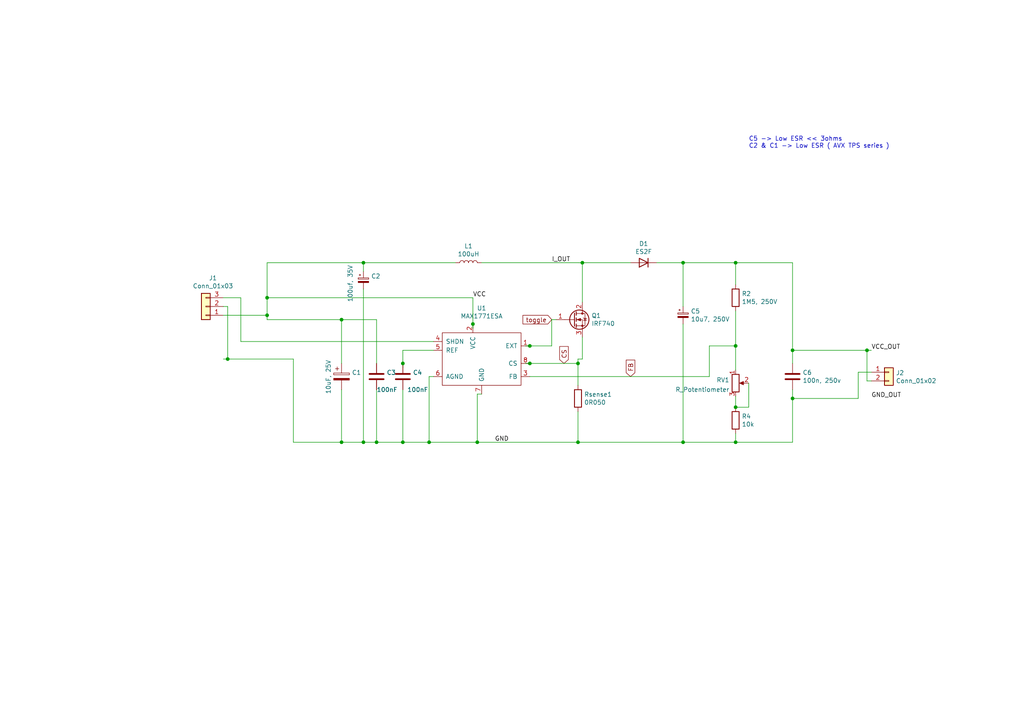
<source format=kicad_sch>
(kicad_sch (version 20231120) (generator "eeschema") (generator_version "8.0")
  (paper "A4")
  (title_block (title "Boost Converter") (rev "0.1") (company "Kenneth Østby < kenneth.ostby@gmail.com >"))
  (lib_symbols
    (symbol "Connector_Generic:Conn_01x02" (pin_names (offset 1.016) hide)
      (property "Reference" "J" (at 0 2.54 0))
      (property "Value" "Conn_01x02" (at 0 -5.08 0))
      (symbol "Conn_01x02_1_1"
        (rectangle (start -1.27 -2.413) (end 0 -2.667) (stroke (width 0.1524)))
        (rectangle (start -1.27 0.127) (end 0 -0.127) (stroke (width 0.1524)))
        (rectangle (start -1.27 1.27) (end 1.27 -3.81) (stroke (width 0.254)) (fill (type background)))
        (pin passive line (at -5.08 0 0) (length 3.81) (name "Pin_1") (number "1"))
        (pin passive line (at -5.08 -2.54 0) (length 3.81) (name "Pin_2") (number "2"))
      )
    )
    (symbol "Connector_Generic:Conn_01x03" (pin_names (offset 1.016) hide)
      (property "Reference" "J" (at 0 5.08 0))
      (property "Value" "Conn_01x03" (at 0 -5.08 0))
      (symbol "Conn_01x03_1_1"
        (rectangle (start -1.27 -2.413) (end 0 -2.667) (stroke (width 0.1524)))
        (rectangle (start -1.27 0.127) (end 0 -0.127) (stroke (width 0.1524)))
        (rectangle (start -1.27 2.667) (end 0 2.413) (stroke (width 0.1524)))
        (rectangle (start -1.27 3.81) (end 1.27 -3.81) (stroke (width 0.254)) (fill (type background)))
        (pin passive line (at -5.08 2.54 0) (length 3.81) (name "Pin_1") (number "1"))
        (pin passive line (at -5.08 0 0) (length 3.81) (name "Pin_2") (number "2"))
        (pin passive line (at -5.08 -2.54 0) (length 3.81) (name "Pin_3") (number "3"))
      )
    )
    (symbol "Device:C" (pin_numbers hide) (pin_names (offset 0.254))
      (property "Reference" "C" (at 0.635 2.54 0))
      (property "Value" "C" (at 0.635 -2.54 0))
      (symbol "C_0_1"
        (polyline (pts (xy -2.032 -0.762) (xy 2.032 -0.762)) (stroke (width 0.508)))
        (polyline (pts (xy -2.032 0.762) (xy 2.032 0.762)) (stroke (width 0.508)))
      )
      (symbol "C_1_1"
        (pin passive line (at 0 3.81 270) (length 2.794) (name "~") (number "1"))
        (pin passive line (at 0 -3.81 90) (length 2.794) (name "~") (number "2"))
      )
    )
    (symbol "Device:CP" (pin_numbers hide) (pin_names (offset 0.254))
      (property "Reference" "C" (at 0.635 2.54 0))
      (property "Value" "Device_CP" (at 0.635 -2.54 0))
      (symbol "CP_0_1"
        (rectangle (start -2.286 0.508) (end 2.286 1.016))
        (polyline (pts (xy -1.778 2.286) (xy -0.762 2.286)))
        (polyline (pts (xy -1.27 2.794) (xy -1.27 1.778)))
        (rectangle (start 2.286 -0.508) (end -2.286 -1.016) (fill (type outline)))
      )
      (symbol "CP_1_1"
        (pin passive line (at 0 3.81 270) (length 2.794) (name "~") (number "1"))
        (pin passive line (at 0 -3.81 90) (length 2.794) (name "~") (number "2"))
      )
    )
    (symbol "Device:CP_Small" (pin_numbers hide) (pin_names (offset 0.254) hide)
      (property "Reference" "C" (at 0.254 1.778 0))
      (property "Value" "Device_CP_Small" (at 0.254 -2.032 0))
      (symbol "CP_Small_0_1"
        (rectangle (start -1.524 -0.3048) (end 1.524 -0.6858) (fill (type outline)))
        (rectangle (start -1.524 0.6858) (end 1.524 0.3048))
        (polyline (pts (xy -1.27 1.524) (xy -0.762 1.524)))
        (polyline (pts (xy -1.016 1.27) (xy -1.016 1.778)))
      )
      (symbol "CP_Small_1_1"
        (pin passive line (at 0 2.54 270) (length 1.8542) (name "~") (number "1"))
        (pin passive line (at 0 -2.54 90) (length 1.8542) (name "~") (number "2"))
      )
    )
    (symbol "Device:D" (pin_numbers hide) (pin_names (offset 1.016) hide)
      (property "Reference" "D" (at 0 2.54 0))
      (property "Value" "D" (at 0 -2.54 0))
      (symbol "D_0_1"
        (polyline (pts (xy -1.27 1.27) (xy -1.27 -1.27)) (stroke (width 0.254)))
        (polyline (pts (xy 1.27 0) (xy -1.27 0)))
        (polyline (pts (xy 1.27 1.27) (xy 1.27 -1.27) (xy -1.27 0) (xy 1.27 1.27)) (stroke (width 0.254)))
      )
      (symbol "D_1_1"
        (pin passive line (at -3.81 0 0) (length 2.54) (name "K") (number "1"))
        (pin passive line (at 3.81 0 180) (length 2.54) (name "A") (number "2"))
      )
    )
    (symbol "Device:L" (pin_numbers hide) (pin_names (offset 1.016) hide)
      (property "Reference" "L" (at -1.27 0 90))
      (property "Value" "L" (at 1.905 0 90))
      (symbol "L_0_1"
        (arc (start 0 -2.54) (mid 0.6323 -1.905) (end 0 -1.27))
        (arc (start 0 -1.27) (mid 0.6323 -0.635) (end 0 0))
        (arc (start 0 0) (mid 0.6323 0.635) (end 0 1.27))
        (arc (start 0 1.27) (mid 0.6323 1.905) (end 0 2.54))
      )
      (symbol "L_1_1"
        (pin passive line (at 0 3.81 270) (length 1.27) (name "1") (number "1"))
        (pin passive line (at 0 -3.81 90) (length 1.27) (name "2") (number "2"))
      )
    )
    (symbol "Device:MAX1771ESA" (pin_names (offset 1.016))
      (property "Reference" "U" (at 5.08 -7.62 0))
      (property "Value" "Device_MAX1771ESA" (at 3.81 7.62 0))
      (symbol "MAX1771ESA_0_1"
        (rectangle (start -11.43 6.35) (end 11.43 -8.89))
      )
      (symbol "MAX1771ESA_1_1"
        (pin output line (at 13.97 2.54 180) (length 2.54) (name "EXT") (number "1"))
        (pin input line (at -2.54 8.89 270) (length 2.54) (name "VCC") (number "2"))
        (pin input line (at 13.97 -6.35 180) (length 2.54) (name "FB") (number "3"))
        (pin input line (at -13.97 3.81 0) (length 2.54) (name "SHDN") (number "4"))
        (pin input line (at -13.97 1.27 0) (length 2.54) (name "REF") (number "5"))
        (pin input line (at -13.97 -6.35 0) (length 2.54) (name "AGND") (number "6"))
        (pin input line (at 0 -11.43 90) (length 2.54) (name "GND") (number "7"))
        (pin input line (at 13.97 -2.54 180) (length 2.54) (name "CS") (number "8"))
      )
    )
    (symbol "Device:R" (pin_numbers hide) (pin_names (offset 0))
      (property "Reference" "R" (at 2.032 0 90))
      (property "Value" "R" (at 0 0 90))
      (symbol "R_0_1"
        (rectangle (start -1.016 -2.54) (end 1.016 2.54) (stroke (width 0.254)))
      )
      (symbol "R_1_1"
        (pin passive line (at 0 3.81 270) (length 1.27) (name "~") (number "1"))
        (pin passive line (at 0 -3.81 90) (length 1.27) (name "~") (number "2"))
      )
    )
    (symbol "Device:R_Potentiometer" (pin_names (offset 1.016) hide)
      (property "Reference" "RV" (at -4.445 0 90))
      (property "Value" "R_Potentiometer" (at -2.54 0 90))
      (symbol "R_Potentiometer_0_1"
        (polyline (pts (xy 2.54 0) (xy 1.524 0)))
        (polyline (pts (xy 1.143 0) (xy 2.286 0.508) (xy 2.286 -0.508) (xy 1.143 0)) (fill (type outline)))
        (rectangle (start 1.016 2.54) (end -1.016 -2.54) (stroke (width 0.254)))
      )
      (symbol "R_Potentiometer_1_1"
        (pin passive line (at 0 3.81 270) (length 1.27) (name "1") (number "1"))
        (pin passive line (at 3.81 0 180) (length 1.27) (name "2") (number "2"))
        (pin passive line (at 0 -3.81 90) (length 1.27) (name "3") (number "3"))
      )
    )
    (symbol "Transistor_FET:IRF740" (pin_names hide)
      (property "Reference" "Q" (at 6.35 1.905 0))
      (property "Value" "IRF740" (at 6.35 0 0))
      (symbol "IRF740_0_1"
        (polyline (pts (xy 0.254 0) (xy -2.54 0)))
        (polyline (pts (xy 0.254 1.905) (xy 0.254 -1.905)) (stroke (width 0.254)))
        (polyline (pts (xy 0.762 -1.27) (xy 0.762 -2.286)) (stroke (width 0.254)))
        (polyline (pts (xy 0.762 0.508) (xy 0.762 -0.508)) (stroke (width 0.254)))
        (polyline (pts (xy 0.762 2.286) (xy 0.762 1.27)) (stroke (width 0.254)))
        (polyline (pts (xy 2.54 2.54) (xy 2.54 1.778)))
        (polyline (pts (xy 2.54 -2.54) (xy 2.54 0) (xy 0.762 0)))
        (polyline (pts (xy 0.762 -1.778) (xy 3.302 -1.778) (xy 3.302 1.778) (xy 0.762 1.778)))
        (polyline (pts (xy 1.016 0) (xy 2.032 0.381) (xy 2.032 -0.381) (xy 1.016 0)) (fill (type outline)))
        (polyline (pts (xy 2.794 0.508) (xy 2.921 0.381) (xy 3.683 0.381) (xy 3.81 0.254)))
        (polyline (pts (xy 3.302 0.381) (xy 2.921 -0.254) (xy 3.683 -0.254) (xy 3.302 0.381)))
        (circle (center 1.651 0) (radius 2.794) (stroke (width 0.254)))
        (circle (center 2.54 -1.778) (radius 0.254) (fill (type outline)))
        (circle (center 2.54 1.778) (radius 0.254) (fill (type outline)))
      )
      (symbol "IRF740_1_1"
        (pin input line (at -5.08 0 0) (length 2.54) (name "G") (number "1"))
        (pin passive line (at 2.54 5.08 270) (length 2.54) (name "D") (number "2"))
        (pin passive line (at 2.54 -5.08 90) (length 2.54) (name "S") (number "3"))
      )
    )
  )
  (junction (at 116.84 105.41))
  (junction (at 77.47 86.36))
  (junction (at 109.22 128.27))
  (junction (at 138.43 128.27))
  (junction (at 168.91 76.2))
  (junction (at 153.67 105.41))
  (junction (at 229.87 115.57))
  (junction (at 77.47 91.44))
  (junction (at 213.36 118.11))
  (junction (at 66.04 104.14))
  (junction (at 198.12 76.2))
  (junction (at 213.36 100.33))
  (junction (at 105.41 76.2))
  (junction (at 213.36 76.2))
  (junction (at 137.16 93.98))
  (junction (at 116.84 128.27))
  (junction (at 99.06 92.71))
  (junction (at 229.87 101.6))
  (junction (at 124.46 128.27))
  (junction (at 198.12 128.27))
  (junction (at 153.67 100.33))
  (junction (at 105.41 128.27))
  (junction (at 167.64 105.41))
  (junction (at 99.06 128.27))
  (junction (at 167.64 128.27))
  (junction (at 251.46 101.6))
  (junction (at 213.36 128.27))
  (wire (pts (xy 138.43 128.27) (xy 124.46 128.27)))
  (wire (pts (xy 160.02 92.71) (xy 160.02 100.33)))
  (wire (pts (xy 229.87 115.57) (xy 248.92 115.57)))
  (wire (pts (xy 152.4 100.33) (xy 153.67 100.33)))
  (wire (pts (xy 77.47 76.2) (xy 77.47 86.36)))
  (wire (pts (xy 99.06 105.41) (xy 99.06 92.71)))
  (wire (pts (xy 137.16 93.98) (xy 137.16 95.25)))
  (wire (pts (xy 213.36 76.2) (xy 229.87 76.2)))
  (wire (pts (xy 229.87 101.6) (xy 229.87 105.41)))
  (wire (pts (xy 213.36 125.73) (xy 213.36 128.27)))
  (wire (pts (xy 190.5 76.2) (xy 198.12 76.2)))
  (wire (pts (xy 152.4 105.41) (xy 153.67 105.41)))
  (wire (pts (xy 77.47 92.71) (xy 99.06 92.71)))
  (wire (pts (xy 251.46 101.6) (xy 251.46 110.49)))
  (wire (pts (xy 99.06 92.71) (xy 109.22 92.71)))
  (wire (pts (xy 109.22 92.71) (xy 109.22 105.41)))
  (wire (pts (xy 85.09 104.14) (xy 85.09 128.27)))
  (wire (pts (xy 116.84 105.41) (xy 116.84 106.68)))
  (wire (pts (xy 168.91 104.14) (xy 167.64 104.14)))
  (wire (pts (xy 229.87 113.03) (xy 229.87 115.57)))
  (wire (pts (xy 116.84 101.6) (xy 116.84 105.41)))
  (wire (pts (xy 229.87 76.2) (xy 229.87 101.6)))
  (wire (pts (xy 139.7 76.2) (xy 168.91 76.2)))
  (wire (pts (xy 217.17 118.11) (xy 213.36 118.11)))
  (wire (pts (xy 137.16 86.36) (xy 77.47 86.36)))
  (wire (pts (xy 213.36 100.33) (xy 213.36 107.315)))
  (wire (pts (xy 66.04 104.14) (xy 85.09 104.14)))
  (wire (pts (xy 167.64 128.27) (xy 138.43 128.27)))
  (wire (pts (xy 116.84 113.03) (xy 116.84 128.27)))
  (wire (pts (xy 168.91 87.63) (xy 168.91 76.2)))
  (wire (pts (xy 105.41 78.74) (xy 105.41 76.2)))
  (wire (pts (xy 198.12 93.98) (xy 198.12 128.27)))
  (wire (pts (xy 213.36 128.27) (xy 198.12 128.27)))
  (wire (pts (xy 198.12 76.2) (xy 213.36 76.2)))
  (wire (pts (xy 205.74 109.22) (xy 205.74 100.33)))
  (wire (pts (xy 66.04 88.9) (xy 66.04 104.14)))
  (wire (pts (xy 229.87 101.6) (xy 251.46 101.6)))
  (wire (pts (xy 116.84 101.6) (xy 125.73 101.6)))
  (wire (pts (xy 168.91 76.2) (xy 182.88 76.2)))
  (wire (pts (xy 109.22 128.27) (xy 116.84 128.27)))
  (wire (pts (xy 213.36 90.17) (xy 213.36 100.33)))
  (wire (pts (xy 85.09 128.27) (xy 99.06 128.27)))
  (wire (pts (xy 161.29 92.71) (xy 160.02 92.71)))
  (wire (pts (xy 167.64 104.14) (xy 167.64 105.41)))
  (wire (pts (xy 167.64 105.41) (xy 167.64 111.76)))
  (wire (pts (xy 153.67 109.22) (xy 205.74 109.22)))
  (wire (pts (xy 213.36 82.55) (xy 213.36 76.2)))
  (wire (pts (xy 77.47 91.44) (xy 77.47 92.71)))
  (wire (pts (xy 138.43 114.3) (xy 139.7 114.3)))
  (wire (pts (xy 109.22 113.03) (xy 109.22 128.27)))
  (wire (pts (xy 229.87 128.27) (xy 213.36 128.27)))
  (wire (pts (xy 198.12 128.27) (xy 167.64 128.27)))
  (wire (pts (xy 64.77 91.44) (xy 77.47 91.44)))
  (wire (pts (xy 251.46 101.6) (xy 252.73 101.6)))
  (wire (pts (xy 153.67 100.33) (xy 160.02 100.33)))
  (wire (pts (xy 124.46 128.27) (xy 116.84 128.27)))
  (wire (pts (xy 229.87 115.57) (xy 229.87 128.27)))
  (wire (pts (xy 105.41 128.27) (xy 109.22 128.27)))
  (wire (pts (xy 137.16 86.36) (xy 137.16 93.98)))
  (wire (pts (xy 77.47 76.2) (xy 105.41 76.2)))
  (wire (pts (xy 124.46 109.22) (xy 125.73 109.22)))
  (wire (pts (xy 168.91 97.79) (xy 168.91 104.14)))
  (wire (pts (xy 252.73 107.95) (xy 248.92 107.95)))
  (wire (pts (xy 213.36 114.935) (xy 213.36 118.11)))
  (wire (pts (xy 205.74 100.33) (xy 213.36 100.33)))
  (wire (pts (xy 217.17 111.125) (xy 217.17 118.11)))
  (wire (pts (xy 167.64 119.38) (xy 167.64 128.27)))
  (wire (pts (xy 105.41 83.82) (xy 105.41 128.27)))
  (wire (pts (xy 64.77 88.9) (xy 66.04 88.9)))
  (wire (pts (xy 64.77 104.14) (xy 66.04 104.14)))
  (wire (pts (xy 99.06 113.03) (xy 99.06 128.27)))
  (wire (pts (xy 153.67 105.41) (xy 167.64 105.41)))
  (wire (pts (xy 248.92 107.95) (xy 248.92 115.57)))
  (wire (pts (xy 99.06 128.27) (xy 105.41 128.27)))
  (wire (pts (xy 132.08 76.2) (xy 105.41 76.2)))
  (wire (pts (xy 69.85 99.06) (xy 125.73 99.06)))
  (wire (pts (xy 252.73 110.49) (xy 251.46 110.49)))
  (wire (pts (xy 124.46 109.22) (xy 124.46 128.27)))
  (wire (pts (xy 198.12 88.9) (xy 198.12 76.2)))
  (wire (pts (xy 138.43 114.3) (xy 138.43 128.27)))
  (wire (pts (xy 69.85 86.36) (xy 69.85 99.06)))
  (wire (pts (xy 64.77 86.36) (xy 69.85 86.36)))
  (wire (pts (xy 77.47 86.36) (xy 77.47 91.44)))
  (text "C5 -> Low ESR << 3ohms\nC2 & C1 -> Low ESR ( AVX TPS series )" (at 217.17 43.18 0) (effects (font (size 1.27 1.27)) (justify left bottom)))
  (label "GND_OUT" (at 252.73 115.57 0))
  (label "VCC" (at 137.16 86.36 0))
  (label "I_OUT" (at 160.02 76.2 0))
  (label "GND" (at 143.51 128.27 0))
  (label "VCC_OUT" (at 252.73 101.6 0))
  (global_label "toggle" (shape input) (at 160.02 92.71 180) (property "Intersheetrefs" "${INTERSHEET_REFS}" (effects (hide yes))))
  (global_label "CS" (shape input) (at 163.576 105.41 90) (property "Intersheetrefs" "${INTERSHEET_REFS}" (effects (hide yes))))
  (global_label "FB" (shape input) (at 182.88 109.22 90) (property "Intersheetrefs" "${INTERSHEET_REFS}" (effects (hide yes))))
  (symbol (lib_id "Device:MAX1771ESA") (at 139.7 102.87 0) (unit 1)
    (property "Reference" "U1" (at 139.7 89.3826 0))
    (property "Value" "MAX1771ESA" (at 139.7 91.694 0))
    (property "Footprint" "Package_SO:SOIC-8-1EP_3.9x4.9mm_P1.27mm_EP2.29x3mm" (effects (hide yes)))
  )
  (symbol (lib_id "Device:CP_Small") (at 105.41 81.28 0) (unit 1)
    (property "Reference" "C2" (at 107.6452 80.1116 0) (effects (justify left)))
    (property "Value" "100uf, 35V" (at 101.6 87.63 90) (effects (justify left)))
    (property "Footprint" "Capacitor_Tantalum_SMD:CP_EIA-7361-38_AVX-V_Pad2.18x3.30mm_HandSolder" (effects (hide yes)))
  )
  (symbol (lib_id "Device:L") (at 135.89 76.2 90) (unit 1)
    (property "Reference" "L1" (at 135.89 71.374 90))
    (property "Value" "100uH" (at 135.89 73.6854 90))
    (property "Footprint" "Inductor_SMD:B82479A1" (effects (hide yes)))
  )
  (symbol (lib_id "Device:D") (at 186.69 76.2 180) (unit 1)
    (property "Reference" "D1" (at 186.69 70.6882 0))
    (property "Value" "ES2F" (at 186.69 72.9996 0))
    (property "Footprint" "Diode_SMD:D_SMB_Handsoldering" (effects (hide yes)))
  )
  (symbol (lib_id "Device:CP_Small") (at 198.12 91.44 0) (unit 1)
    (property "Reference" "C5" (at 200.3552 90.2716 0) (effects (justify left)))
    (property "Value" "10u7, 250V" (at 200.3552 92.583 0) (effects (justify left)))
    (property "Footprint" "Capacitor_SMD:Panasonic-G17" (effects (hide yes)))
  )
  (symbol (lib_id "Device:R") (at 213.36 86.36 0) (unit 1)
    (property "Reference" "R2" (at 215.138 85.1916 0) (effects (justify left)))
    (property "Value" "1M5, 250V" (at 215.138 87.503 0) (effects (justify left)))
    (property "Footprint" "Resistor_SMD:R_2512_6332Metric" (effects (hide yes)))
  )
  (symbol (lib_id "Device:R") (at 213.36 121.92 0) (unit 1)
    (property "Reference" "R4" (at 215.138 120.7516 0) (effects (justify left)))
    (property "Value" "10k" (at 215.138 123.063 0) (effects (justify left)))
    (property "Footprint" "Resistor_SMD:R_0805_2012Metric_Pad1.20x1.40mm_HandSolder" (effects (hide yes)))
  )
  (symbol (lib_id "Device:C") (at 229.87 109.22 0) (unit 1)
    (property "Reference" "C6" (at 232.791 108.0516 0) (effects (justify left)))
    (property "Value" "100n, 250v" (at 232.791 110.363 0) (effects (justify left)))
    (property "Footprint" "LIB_OWN:ECWU_B" (effects (hide yes)))
  )
  (symbol (lib_id "Transistor_FET:IRF740") (at 166.37 92.71 0) (unit 1)
    (property "Reference" "Q1" (at 171.5516 91.5416 0) (effects (justify left)))
    (property "Value" "IRF740" (at 171.5516 93.853 0) (effects (justify left)))
    (property "Footprint" "Package_TO_SOT_SMD:TO-263-3_TabPin2" (effects (hide yes)))
    (property "Datasheet" "http://www.vishay.com/docs/91054/91054.pdf" (effects (hide yes)))
  )
  (symbol (lib_id "Device:R") (at 167.64 115.57 0) (unit 1)
    (property "Reference" "Rsense1" (at 169.418 114.4016 0) (effects (justify left)))
    (property "Value" "0R050" (at 169.418 116.713 0) (effects (justify left)))
    (property "Footprint" "Resistor_SMD:R_2010_5025Metric_Pad1.40x2.65mm_HandSolder" (effects (hide yes)))
  )
  (symbol (lib_id "Device:C") (at 116.84 109.22 0) (unit 1)
    (property "Reference" "C4" (at 119.761 108.0516 0) (effects (justify left)))
    (property "Value" "100nF" (at 118.11 113.03 0) (effects (justify left)))
    (property "Footprint" "Capacitor_SMD:C_0805_2012Metric" (effects (hide yes)))
  )
  (symbol (lib_id "Device:C") (at 109.22 109.22 0) (unit 1)
    (property "Reference" "C3" (at 112.141 108.0516 0) (effects (justify left)))
    (property "Value" "100nF" (at 109.22 113.03 0) (effects (justify left)))
    (property "Footprint" "Capacitor_SMD:C_0805_2012Metric" (effects (hide yes)))
  )
  (symbol (lib_id "Device:CP") (at 99.06 109.22 0) (unit 1)
    (property "Reference" "C1" (at 102.0572 108.0516 0) (effects (justify left)))
    (property "Value" "10uF, 25V" (at 95.25 114.3 90) (effects (justify left)))
    (property "Footprint" "Capacitor_Tantalum_SMD:CP_EIA-3528-21_Kemet-B_Pad1.50x2.35mm_HandSolder" (effects (hide yes)))
  )
  (symbol (lib_id "Connector_Generic:Conn_01x03") (at 59.69 88.9 180) (unit 1)
    (property "Reference" "J1" (at 61.7728 80.645 0))
    (property "Value" "Conn_01x03" (at 61.7728 82.9564 0))
    (property "Footprint" "LIB_OWN:691412320003" (effects (hide yes)))
  )
  (symbol (lib_id "Connector_Generic:Conn_01x02") (at 257.81 107.95 0) (unit 1)
    (property "Reference" "J2" (at 259.842 108.1532 0) (effects (justify left)))
    (property "Value" "Conn_01x02" (at 259.842 110.4646 0) (effects (justify left)))
    (property "Footprint" "LIB_OWN:691412320002" (effects (hide yes)))
  )
  (symbol (lib_id "Device:R_Potentiometer") (at 213.36 111.125 0) (unit 1)
    (property "Reference" "RV1" (at 211.5821 110.2165 0) (effects (justify right)))
    (property "Value" "R_Potentiometer" (at 211.5821 112.9916 0) (effects (justify right)))
    (property "Footprint" "LIB_OWN:3214W1502E" (effects (hide yes)))
  )
)
</source>
